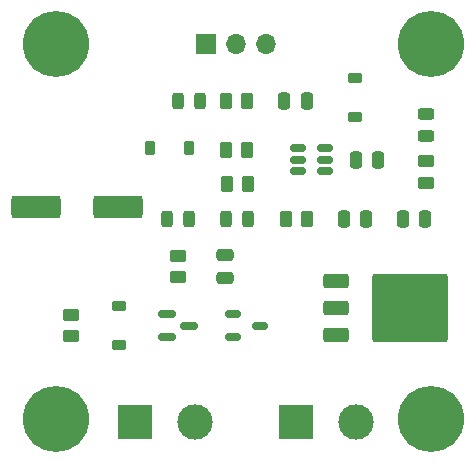
<source format=gbr>
%TF.GenerationSoftware,KiCad,Pcbnew,7.0.5*%
%TF.CreationDate,2023-09-16T15:34:49-07:00*%
%TF.ProjectId,HighSideSwitchModule,48696768-5369-4646-9553-77697463684d,rev?*%
%TF.SameCoordinates,Original*%
%TF.FileFunction,Soldermask,Top*%
%TF.FilePolarity,Negative*%
%FSLAX46Y46*%
G04 Gerber Fmt 4.6, Leading zero omitted, Abs format (unit mm)*
G04 Created by KiCad (PCBNEW 7.0.5) date 2023-09-16 15:34:49*
%MOMM*%
%LPD*%
G01*
G04 APERTURE LIST*
G04 Aperture macros list*
%AMRoundRect*
0 Rectangle with rounded corners*
0 $1 Rounding radius*
0 $2 $3 $4 $5 $6 $7 $8 $9 X,Y pos of 4 corners*
0 Add a 4 corners polygon primitive as box body*
4,1,4,$2,$3,$4,$5,$6,$7,$8,$9,$2,$3,0*
0 Add four circle primitives for the rounded corners*
1,1,$1+$1,$2,$3*
1,1,$1+$1,$4,$5*
1,1,$1+$1,$6,$7*
1,1,$1+$1,$8,$9*
0 Add four rect primitives between the rounded corners*
20,1,$1+$1,$2,$3,$4,$5,0*
20,1,$1+$1,$4,$5,$6,$7,0*
20,1,$1+$1,$6,$7,$8,$9,0*
20,1,$1+$1,$8,$9,$2,$3,0*%
G04 Aperture macros list end*
%ADD10RoundRect,0.250000X-0.250000X-0.475000X0.250000X-0.475000X0.250000X0.475000X-0.250000X0.475000X0*%
%ADD11RoundRect,0.150000X-0.587500X-0.150000X0.587500X-0.150000X0.587500X0.150000X-0.587500X0.150000X0*%
%ADD12C,5.600000*%
%ADD13RoundRect,0.225000X0.225000X0.375000X-0.225000X0.375000X-0.225000X-0.375000X0.225000X-0.375000X0*%
%ADD14RoundRect,0.150000X-0.512500X-0.150000X0.512500X-0.150000X0.512500X0.150000X-0.512500X0.150000X0*%
%ADD15RoundRect,0.250000X-0.450000X0.262500X-0.450000X-0.262500X0.450000X-0.262500X0.450000X0.262500X0*%
%ADD16RoundRect,0.243750X-0.243750X-0.456250X0.243750X-0.456250X0.243750X0.456250X-0.243750X0.456250X0*%
%ADD17RoundRect,0.250000X-0.262500X-0.450000X0.262500X-0.450000X0.262500X0.450000X-0.262500X0.450000X0*%
%ADD18RoundRect,0.250000X1.825000X0.700000X-1.825000X0.700000X-1.825000X-0.700000X1.825000X-0.700000X0*%
%ADD19RoundRect,0.250000X0.450000X-0.262500X0.450000X0.262500X-0.450000X0.262500X-0.450000X-0.262500X0*%
%ADD20R,3.000000X3.000000*%
%ADD21C,3.000000*%
%ADD22RoundRect,0.250000X0.262500X0.450000X-0.262500X0.450000X-0.262500X-0.450000X0.262500X-0.450000X0*%
%ADD23RoundRect,0.225000X0.375000X-0.225000X0.375000X0.225000X-0.375000X0.225000X-0.375000X-0.225000X0*%
%ADD24RoundRect,0.250000X0.250000X0.475000X-0.250000X0.475000X-0.250000X-0.475000X0.250000X-0.475000X0*%
%ADD25RoundRect,0.250000X0.475000X-0.250000X0.475000X0.250000X-0.475000X0.250000X-0.475000X-0.250000X0*%
%ADD26RoundRect,0.243750X-0.456250X0.243750X-0.456250X-0.243750X0.456250X-0.243750X0.456250X0.243750X0*%
%ADD27RoundRect,0.243750X0.243750X0.456250X-0.243750X0.456250X-0.243750X-0.456250X0.243750X-0.456250X0*%
%ADD28R,1.700000X1.700000*%
%ADD29O,1.700000X1.700000*%
%ADD30RoundRect,0.250000X-0.850000X-0.350000X0.850000X-0.350000X0.850000X0.350000X-0.850000X0.350000X0*%
%ADD31RoundRect,0.249997X-2.950003X-2.650003X2.950003X-2.650003X2.950003X2.650003X-2.950003X2.650003X0*%
G04 APERTURE END LIST*
D10*
%TO.C,C6*%
X169050000Y-72000000D03*
X170950000Y-72000000D03*
%TD*%
D11*
%TO.C,Q3*%
X149125000Y-80050000D03*
X149125000Y-81950000D03*
X151000000Y-81000000D03*
%TD*%
D12*
%TO.C,J1*%
X139700000Y-57150000D03*
%TD*%
D13*
%TO.C,D3*%
X151000000Y-66000000D03*
X147700000Y-66000000D03*
%TD*%
D14*
%TO.C,D8*%
X154725000Y-80050000D03*
X154725000Y-81950000D03*
X157000000Y-81000000D03*
%TD*%
D15*
%TO.C,R47*%
X150000000Y-75087500D03*
X150000000Y-76912500D03*
%TD*%
D16*
%TO.C,D2*%
X150062500Y-62000000D03*
X151937500Y-62000000D03*
%TD*%
D12*
%TO.C,J3*%
X139700000Y-88900000D03*
%TD*%
D17*
%TO.C,R1*%
X154087500Y-62000000D03*
X155912500Y-62000000D03*
%TD*%
%TO.C,R19*%
X159175000Y-72000000D03*
X161000000Y-72000000D03*
%TD*%
D18*
%TO.C,C15*%
X144950000Y-71000000D03*
X138000000Y-71000000D03*
%TD*%
D19*
%TO.C,R45*%
X141000000Y-81912500D03*
X141000000Y-80087500D03*
%TD*%
D12*
%TO.C,J4*%
X171450000Y-88900000D03*
%TD*%
D20*
%TO.C,J6*%
X160020000Y-89174500D03*
D21*
X165100000Y-89174500D03*
%TD*%
D22*
%TO.C,R17*%
X156000000Y-69000000D03*
X154175000Y-69000000D03*
%TD*%
D12*
%TO.C,J2*%
X171450000Y-57150000D03*
%TD*%
D23*
%TO.C,D19*%
X145000000Y-82650000D03*
X145000000Y-79350000D03*
%TD*%
D20*
%TO.C,J7*%
X146408000Y-89174500D03*
D21*
X151488000Y-89174500D03*
%TD*%
D24*
%TO.C,C5*%
X165950000Y-72000000D03*
X164050000Y-72000000D03*
%TD*%
D25*
%TO.C,C17*%
X154000000Y-76950000D03*
X154000000Y-75050000D03*
%TD*%
D22*
%TO.C,R15*%
X155912500Y-66174500D03*
X154087500Y-66174500D03*
%TD*%
D26*
%TO.C,D9*%
X171000000Y-63062500D03*
X171000000Y-64937500D03*
%TD*%
D15*
%TO.C,R20*%
X171000000Y-67087500D03*
X171000000Y-68912500D03*
%TD*%
D24*
%TO.C,C2*%
X160950000Y-62000000D03*
X159050000Y-62000000D03*
%TD*%
D27*
%TO.C,D21*%
X151000000Y-72000000D03*
X149125000Y-72000000D03*
%TD*%
D28*
%TO.C,J5*%
X152400000Y-57150000D03*
D29*
X154940000Y-57150000D03*
X157480000Y-57150000D03*
%TD*%
D24*
%TO.C,C3*%
X167000000Y-67000000D03*
X165100000Y-67000000D03*
%TD*%
D23*
%TO.C,D7*%
X165000000Y-63300000D03*
X165000000Y-60000000D03*
%TD*%
D16*
%TO.C,D1*%
X154125000Y-72000000D03*
X156000000Y-72000000D03*
%TD*%
D30*
%TO.C,Q5*%
X163375000Y-77245000D03*
X163375000Y-79525000D03*
D31*
X169675000Y-79525000D03*
D30*
X163375000Y-81805000D03*
%TD*%
D14*
%TO.C,U3*%
X160173000Y-66000000D03*
X160173000Y-66950000D03*
X160173000Y-67900000D03*
X162448000Y-67900000D03*
X162448000Y-66950000D03*
X162448000Y-66000000D03*
%TD*%
M02*

</source>
